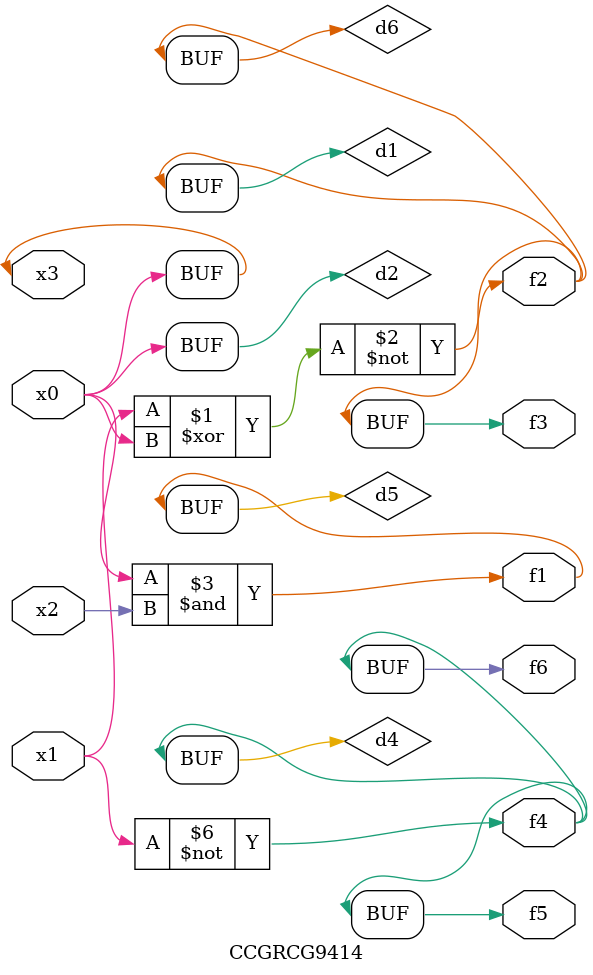
<source format=v>
module CCGRCG9414(
	input x0, x1, x2, x3,
	output f1, f2, f3, f4, f5, f6
);

	wire d1, d2, d3, d4, d5, d6;

	xnor (d1, x1, x3);
	buf (d2, x0, x3);
	nand (d3, x0, x2);
	not (d4, x1);
	nand (d5, d3);
	or (d6, d1);
	assign f1 = d5;
	assign f2 = d6;
	assign f3 = d6;
	assign f4 = d4;
	assign f5 = d4;
	assign f6 = d4;
endmodule

</source>
